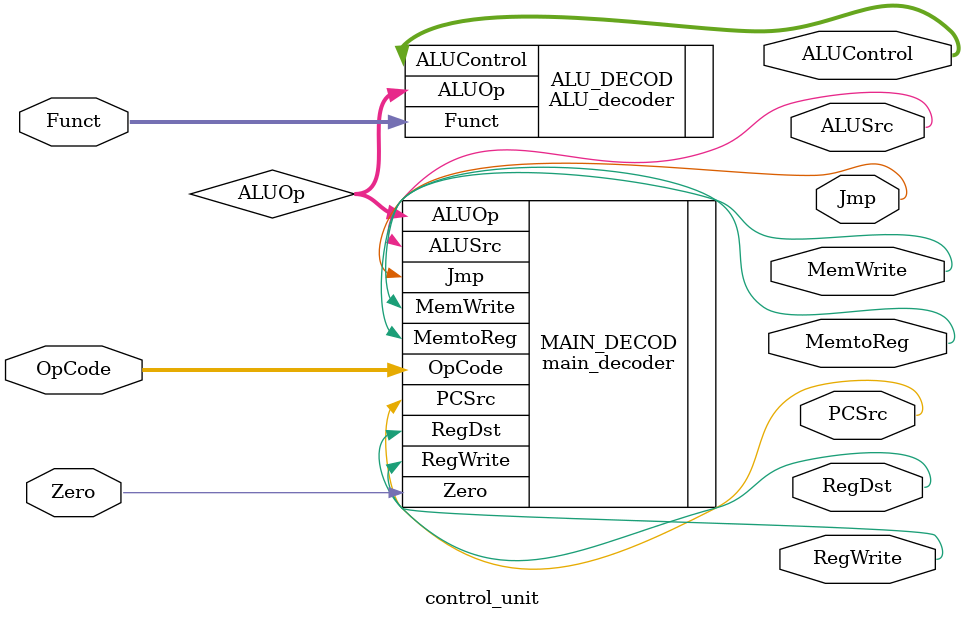
<source format=v>
module control_unit
(
  input  wire [5:0] OpCode     ,
  input  wire [5:0] Funct      ,
  input  wire       Zero       ,
  
  output wire [2:0] ALUControl ,
  
  output wire       MemtoReg   ,
  output wire       MemWrite   ,
  output wire       ALUSrc     ,
  output wire       RegDst     ,
  output wire       RegWrite   ,
  output wire       Jmp        ,
  output wire       PCSrc
);

/* Internal Signals */
  wire [1:0] ALUOp;

  main_decoder MAIN_DECOD
(
  .OpCode     (OpCode)      ,
  .Zero       (Zero)        ,
  
  .ALUOp      (ALUOp)       ,
  
  .MemtoReg   (MemtoReg)    ,
  .MemWrite   (MemWrite)    ,
  .ALUSrc     (ALUSrc)      ,
  .RegDst     (RegDst)      ,
  .RegWrite   (RegWrite)    ,
  .Jmp        (Jmp)         ,
  .PCSrc      (PCSrc)
);

  ALU_decoder ALU_DECOD
(
  .Funct      (Funct)      ,
  .ALUOp      (ALUOp)      ,
  .ALUControl (ALUControl)
);  

endmodule

</source>
